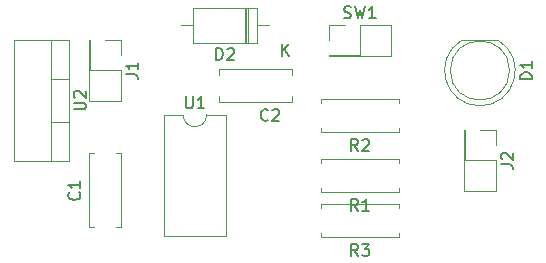
<source format=gto>
%TF.GenerationSoftware,KiCad,Pcbnew,(5.1.9)-1*%
%TF.CreationDate,2021-04-20T01:39:13+01:00*%
%TF.ProjectId,remote,72656d6f-7465-42e6-9b69-6361645f7063,rev?*%
%TF.SameCoordinates,Original*%
%TF.FileFunction,Legend,Top*%
%TF.FilePolarity,Positive*%
%FSLAX46Y46*%
G04 Gerber Fmt 4.6, Leading zero omitted, Abs format (unit mm)*
G04 Created by KiCad (PCBNEW (5.1.9)-1) date 2021-04-20 01:39:13*
%MOMM*%
%LPD*%
G01*
G04 APERTURE LIST*
%ADD10C,0.120000*%
%ADD11C,0.150000*%
%ADD12O,2.000000X1.905000*%
%ADD13R,2.000000X1.905000*%
%ADD14O,1.700000X1.700000*%
%ADD15R,1.700000X1.700000*%
%ADD16C,1.600000*%
%ADD17C,2.000000*%
%ADD18O,2.200000X2.200000*%
%ADD19R,2.200000X2.200000*%
%ADD20O,1.600000X1.600000*%
%ADD21R,1.600000X1.600000*%
%ADD22C,1.800000*%
%ADD23R,1.800000X1.800000*%
G04 APERTURE END LIST*
D10*
%TO.C,U2*%
X27400000Y-26630000D02*
X27400000Y-36870000D01*
X22759000Y-26630000D02*
X22759000Y-36870000D01*
X27400000Y-26630000D02*
X22759000Y-26630000D01*
X27400000Y-36870000D02*
X22759000Y-36870000D01*
X25890000Y-26630000D02*
X25890000Y-36870000D01*
X27400000Y-29900000D02*
X25890000Y-29900000D01*
X27400000Y-33601000D02*
X25890000Y-33601000D01*
%TO.C,J1*%
X29150000Y-26610000D02*
X29150000Y-31810000D01*
X29210000Y-26610000D02*
X29150000Y-26610000D01*
X31810000Y-31810000D02*
X29150000Y-31810000D01*
X29210000Y-26610000D02*
X29210000Y-29210000D01*
X29210000Y-29210000D02*
X31810000Y-29210000D01*
X31810000Y-29210000D02*
X31810000Y-31810000D01*
X30480000Y-26610000D02*
X31810000Y-26610000D01*
X31810000Y-26610000D02*
X31810000Y-27940000D01*
%TO.C,C1*%
X31850000Y-36210000D02*
X31850000Y-42450000D01*
X29110000Y-36210000D02*
X29110000Y-42450000D01*
X31850000Y-36210000D02*
X31405000Y-36210000D01*
X29555000Y-36210000D02*
X29110000Y-36210000D01*
X31850000Y-42450000D02*
X31405000Y-42450000D01*
X29555000Y-42450000D02*
X29110000Y-42450000D01*
%TO.C,D2*%
X43360000Y-26870000D02*
X43360000Y-23930000D01*
X43360000Y-23930000D02*
X37920000Y-23930000D01*
X37920000Y-23930000D02*
X37920000Y-26870000D01*
X37920000Y-26870000D02*
X43360000Y-26870000D01*
X44380000Y-25400000D02*
X43360000Y-25400000D01*
X36900000Y-25400000D02*
X37920000Y-25400000D01*
X42460000Y-26870000D02*
X42460000Y-23930000D01*
X42340000Y-26870000D02*
X42340000Y-23930000D01*
X42580000Y-26870000D02*
X42580000Y-23930000D01*
%TO.C,C2*%
X46340000Y-31850000D02*
X40100000Y-31850000D01*
X46340000Y-29110000D02*
X40100000Y-29110000D01*
X46340000Y-31850000D02*
X46340000Y-31405000D01*
X46340000Y-29555000D02*
X46340000Y-29110000D01*
X40100000Y-31850000D02*
X40100000Y-31405000D01*
X40100000Y-29555000D02*
X40100000Y-29110000D01*
%TO.C,J2*%
X60900000Y-34230000D02*
X60900000Y-39430000D01*
X60960000Y-34230000D02*
X60900000Y-34230000D01*
X63560000Y-39430000D02*
X60900000Y-39430000D01*
X60960000Y-34230000D02*
X60960000Y-36830000D01*
X60960000Y-36830000D02*
X63560000Y-36830000D01*
X63560000Y-36830000D02*
X63560000Y-39430000D01*
X62230000Y-34230000D02*
X63560000Y-34230000D01*
X63560000Y-34230000D02*
X63560000Y-35560000D01*
%TO.C,U1*%
X39100000Y-32960000D02*
G75*
G02*
X37100000Y-32960000I-1000000J0D01*
G01*
X37100000Y-32960000D02*
X35450000Y-32960000D01*
X35450000Y-32960000D02*
X35450000Y-43240000D01*
X35450000Y-43240000D02*
X40750000Y-43240000D01*
X40750000Y-43240000D02*
X40750000Y-32960000D01*
X40750000Y-32960000D02*
X39100000Y-32960000D01*
%TO.C,SW1*%
X49470000Y-28000000D02*
X54670000Y-28000000D01*
X49470000Y-27940000D02*
X49470000Y-28000000D01*
X54670000Y-25340000D02*
X54670000Y-28000000D01*
X49470000Y-27940000D02*
X52070000Y-27940000D01*
X52070000Y-27940000D02*
X52070000Y-25340000D01*
X52070000Y-25340000D02*
X54670000Y-25340000D01*
X49470000Y-26670000D02*
X49470000Y-25340000D01*
X49470000Y-25340000D02*
X50800000Y-25340000D01*
%TO.C,R3*%
X55340000Y-42950000D02*
X55340000Y-43280000D01*
X55340000Y-43280000D02*
X48800000Y-43280000D01*
X48800000Y-43280000D02*
X48800000Y-42950000D01*
X55340000Y-40870000D02*
X55340000Y-40540000D01*
X55340000Y-40540000D02*
X48800000Y-40540000D01*
X48800000Y-40540000D02*
X48800000Y-40870000D01*
%TO.C,R2*%
X55340000Y-34060000D02*
X55340000Y-34390000D01*
X55340000Y-34390000D02*
X48800000Y-34390000D01*
X48800000Y-34390000D02*
X48800000Y-34060000D01*
X55340000Y-31980000D02*
X55340000Y-31650000D01*
X55340000Y-31650000D02*
X48800000Y-31650000D01*
X48800000Y-31650000D02*
X48800000Y-31980000D01*
%TO.C,R1*%
X55340000Y-39140000D02*
X55340000Y-39470000D01*
X55340000Y-39470000D02*
X48800000Y-39470000D01*
X48800000Y-39470000D02*
X48800000Y-39140000D01*
X55340000Y-37060000D02*
X55340000Y-36730000D01*
X55340000Y-36730000D02*
X48800000Y-36730000D01*
X48800000Y-36730000D02*
X48800000Y-37060000D01*
%TO.C,D1*%
X62230462Y-32200000D02*
G75*
G02*
X60685170Y-26650000I-462J2990000D01*
G01*
X62229538Y-32200000D02*
G75*
G03*
X63774830Y-26650000I462J2990000D01*
G01*
X64730000Y-29210000D02*
G75*
G03*
X64730000Y-29210000I-2500000J0D01*
G01*
X63775000Y-26650000D02*
X60685000Y-26650000D01*
%TO.C,U2*%
D11*
X27852380Y-32511904D02*
X28661904Y-32511904D01*
X28757142Y-32464285D01*
X28804761Y-32416666D01*
X28852380Y-32321428D01*
X28852380Y-32130952D01*
X28804761Y-32035714D01*
X28757142Y-31988095D01*
X28661904Y-31940476D01*
X27852380Y-31940476D01*
X27947619Y-31511904D02*
X27900000Y-31464285D01*
X27852380Y-31369047D01*
X27852380Y-31130952D01*
X27900000Y-31035714D01*
X27947619Y-30988095D01*
X28042857Y-30940476D01*
X28138095Y-30940476D01*
X28280952Y-30988095D01*
X28852380Y-31559523D01*
X28852380Y-30940476D01*
%TO.C,J1*%
X32262380Y-29543333D02*
X32976666Y-29543333D01*
X33119523Y-29590952D01*
X33214761Y-29686190D01*
X33262380Y-29829047D01*
X33262380Y-29924285D01*
X33262380Y-28543333D02*
X33262380Y-29114761D01*
X33262380Y-28829047D02*
X32262380Y-28829047D01*
X32405238Y-28924285D01*
X32500476Y-29019523D01*
X32548095Y-29114761D01*
%TO.C,C1*%
X28297142Y-39536666D02*
X28344761Y-39584285D01*
X28392380Y-39727142D01*
X28392380Y-39822380D01*
X28344761Y-39965238D01*
X28249523Y-40060476D01*
X28154285Y-40108095D01*
X27963809Y-40155714D01*
X27820952Y-40155714D01*
X27630476Y-40108095D01*
X27535238Y-40060476D01*
X27440000Y-39965238D01*
X27392380Y-39822380D01*
X27392380Y-39727142D01*
X27440000Y-39584285D01*
X27487619Y-39536666D01*
X28392380Y-38584285D02*
X28392380Y-39155714D01*
X28392380Y-38870000D02*
X27392380Y-38870000D01*
X27535238Y-38965238D01*
X27630476Y-39060476D01*
X27678095Y-39155714D01*
%TO.C,D2*%
X39901904Y-28322380D02*
X39901904Y-27322380D01*
X40140000Y-27322380D01*
X40282857Y-27370000D01*
X40378095Y-27465238D01*
X40425714Y-27560476D01*
X40473333Y-27750952D01*
X40473333Y-27893809D01*
X40425714Y-28084285D01*
X40378095Y-28179523D01*
X40282857Y-28274761D01*
X40140000Y-28322380D01*
X39901904Y-28322380D01*
X40854285Y-27417619D02*
X40901904Y-27370000D01*
X40997142Y-27322380D01*
X41235238Y-27322380D01*
X41330476Y-27370000D01*
X41378095Y-27417619D01*
X41425714Y-27512857D01*
X41425714Y-27608095D01*
X41378095Y-27750952D01*
X40806666Y-28322380D01*
X41425714Y-28322380D01*
X45458095Y-27952380D02*
X45458095Y-26952380D01*
X46029523Y-27952380D02*
X45600952Y-27380952D01*
X46029523Y-26952380D02*
X45458095Y-27523809D01*
%TO.C,C2*%
X44283333Y-33377142D02*
X44235714Y-33424761D01*
X44092857Y-33472380D01*
X43997619Y-33472380D01*
X43854761Y-33424761D01*
X43759523Y-33329523D01*
X43711904Y-33234285D01*
X43664285Y-33043809D01*
X43664285Y-32900952D01*
X43711904Y-32710476D01*
X43759523Y-32615238D01*
X43854761Y-32520000D01*
X43997619Y-32472380D01*
X44092857Y-32472380D01*
X44235714Y-32520000D01*
X44283333Y-32567619D01*
X44664285Y-32567619D02*
X44711904Y-32520000D01*
X44807142Y-32472380D01*
X45045238Y-32472380D01*
X45140476Y-32520000D01*
X45188095Y-32567619D01*
X45235714Y-32662857D01*
X45235714Y-32758095D01*
X45188095Y-32900952D01*
X44616666Y-33472380D01*
X45235714Y-33472380D01*
%TO.C,J2*%
X64012380Y-37163333D02*
X64726666Y-37163333D01*
X64869523Y-37210952D01*
X64964761Y-37306190D01*
X65012380Y-37449047D01*
X65012380Y-37544285D01*
X64107619Y-36734761D02*
X64060000Y-36687142D01*
X64012380Y-36591904D01*
X64012380Y-36353809D01*
X64060000Y-36258571D01*
X64107619Y-36210952D01*
X64202857Y-36163333D01*
X64298095Y-36163333D01*
X64440952Y-36210952D01*
X65012380Y-36782380D01*
X65012380Y-36163333D01*
%TO.C,U1*%
X37338095Y-31412380D02*
X37338095Y-32221904D01*
X37385714Y-32317142D01*
X37433333Y-32364761D01*
X37528571Y-32412380D01*
X37719047Y-32412380D01*
X37814285Y-32364761D01*
X37861904Y-32317142D01*
X37909523Y-32221904D01*
X37909523Y-31412380D01*
X38909523Y-32412380D02*
X38338095Y-32412380D01*
X38623809Y-32412380D02*
X38623809Y-31412380D01*
X38528571Y-31555238D01*
X38433333Y-31650476D01*
X38338095Y-31698095D01*
%TO.C,SW1*%
X50736666Y-24744761D02*
X50879523Y-24792380D01*
X51117619Y-24792380D01*
X51212857Y-24744761D01*
X51260476Y-24697142D01*
X51308095Y-24601904D01*
X51308095Y-24506666D01*
X51260476Y-24411428D01*
X51212857Y-24363809D01*
X51117619Y-24316190D01*
X50927142Y-24268571D01*
X50831904Y-24220952D01*
X50784285Y-24173333D01*
X50736666Y-24078095D01*
X50736666Y-23982857D01*
X50784285Y-23887619D01*
X50831904Y-23840000D01*
X50927142Y-23792380D01*
X51165238Y-23792380D01*
X51308095Y-23840000D01*
X51641428Y-23792380D02*
X51879523Y-24792380D01*
X52070000Y-24078095D01*
X52260476Y-24792380D01*
X52498571Y-23792380D01*
X53403333Y-24792380D02*
X52831904Y-24792380D01*
X53117619Y-24792380D02*
X53117619Y-23792380D01*
X53022380Y-23935238D01*
X52927142Y-24030476D01*
X52831904Y-24078095D01*
%TO.C,R3*%
X51903333Y-44902380D02*
X51570000Y-44426190D01*
X51331904Y-44902380D02*
X51331904Y-43902380D01*
X51712857Y-43902380D01*
X51808095Y-43950000D01*
X51855714Y-43997619D01*
X51903333Y-44092857D01*
X51903333Y-44235714D01*
X51855714Y-44330952D01*
X51808095Y-44378571D01*
X51712857Y-44426190D01*
X51331904Y-44426190D01*
X52236666Y-43902380D02*
X52855714Y-43902380D01*
X52522380Y-44283333D01*
X52665238Y-44283333D01*
X52760476Y-44330952D01*
X52808095Y-44378571D01*
X52855714Y-44473809D01*
X52855714Y-44711904D01*
X52808095Y-44807142D01*
X52760476Y-44854761D01*
X52665238Y-44902380D01*
X52379523Y-44902380D01*
X52284285Y-44854761D01*
X52236666Y-44807142D01*
%TO.C,R2*%
X51903333Y-36012380D02*
X51570000Y-35536190D01*
X51331904Y-36012380D02*
X51331904Y-35012380D01*
X51712857Y-35012380D01*
X51808095Y-35060000D01*
X51855714Y-35107619D01*
X51903333Y-35202857D01*
X51903333Y-35345714D01*
X51855714Y-35440952D01*
X51808095Y-35488571D01*
X51712857Y-35536190D01*
X51331904Y-35536190D01*
X52284285Y-35107619D02*
X52331904Y-35060000D01*
X52427142Y-35012380D01*
X52665238Y-35012380D01*
X52760476Y-35060000D01*
X52808095Y-35107619D01*
X52855714Y-35202857D01*
X52855714Y-35298095D01*
X52808095Y-35440952D01*
X52236666Y-36012380D01*
X52855714Y-36012380D01*
%TO.C,R1*%
X51903333Y-41092380D02*
X51570000Y-40616190D01*
X51331904Y-41092380D02*
X51331904Y-40092380D01*
X51712857Y-40092380D01*
X51808095Y-40140000D01*
X51855714Y-40187619D01*
X51903333Y-40282857D01*
X51903333Y-40425714D01*
X51855714Y-40520952D01*
X51808095Y-40568571D01*
X51712857Y-40616190D01*
X51331904Y-40616190D01*
X52855714Y-41092380D02*
X52284285Y-41092380D01*
X52570000Y-41092380D02*
X52570000Y-40092380D01*
X52474761Y-40235238D01*
X52379523Y-40330476D01*
X52284285Y-40378095D01*
%TO.C,D1*%
X66642380Y-29948095D02*
X65642380Y-29948095D01*
X65642380Y-29710000D01*
X65690000Y-29567142D01*
X65785238Y-29471904D01*
X65880476Y-29424285D01*
X66070952Y-29376666D01*
X66213809Y-29376666D01*
X66404285Y-29424285D01*
X66499523Y-29471904D01*
X66594761Y-29567142D01*
X66642380Y-29710000D01*
X66642380Y-29948095D01*
X66642380Y-28424285D02*
X66642380Y-28995714D01*
X66642380Y-28710000D02*
X65642380Y-28710000D01*
X65785238Y-28805238D01*
X65880476Y-28900476D01*
X65928095Y-28995714D01*
%TD*%
%LPC*%
D12*
%TO.C,U2*%
X24130000Y-34290000D03*
X24130000Y-31750000D03*
D13*
X24130000Y-29210000D03*
%TD*%
D14*
%TO.C,J1*%
X30480000Y-30480000D03*
D15*
X30480000Y-27940000D03*
%TD*%
D16*
%TO.C,C1*%
X30480000Y-41830000D03*
X30480000Y-36830000D03*
%TD*%
D17*
%TO.C,REF\u002A\u002A*%
X22860000Y-43180000D03*
%TD*%
%TO.C,REF\u002A\u002A*%
X63500000Y-43180000D03*
%TD*%
%TO.C,REF\u002A\u002A*%
X63500000Y-22860000D03*
%TD*%
%TO.C,REF\u002A\u002A*%
X22860000Y-22860000D03*
%TD*%
D18*
%TO.C,D2*%
X35560000Y-25400000D03*
D19*
X45720000Y-25400000D03*
%TD*%
D16*
%TO.C,C2*%
X40720000Y-30480000D03*
X45720000Y-30480000D03*
%TD*%
D14*
%TO.C,J2*%
X62230000Y-38100000D03*
D15*
X62230000Y-35560000D03*
%TD*%
D20*
%TO.C,U1*%
X41910000Y-34290000D03*
X34290000Y-41910000D03*
X41910000Y-36830000D03*
X34290000Y-39370000D03*
X41910000Y-39370000D03*
X34290000Y-36830000D03*
X41910000Y-41910000D03*
D21*
X34290000Y-34290000D03*
%TD*%
D14*
%TO.C,SW1*%
X53340000Y-26670000D03*
D15*
X50800000Y-26670000D03*
%TD*%
D20*
%TO.C,R3*%
X48260000Y-41910000D03*
D16*
X55880000Y-41910000D03*
%TD*%
D20*
%TO.C,R2*%
X48260000Y-33020000D03*
D16*
X55880000Y-33020000D03*
%TD*%
D20*
%TO.C,R1*%
X48260000Y-38100000D03*
D16*
X55880000Y-38100000D03*
%TD*%
D22*
%TO.C,D1*%
X62230000Y-30480000D03*
D23*
X62230000Y-27940000D03*
%TD*%
M02*

</source>
